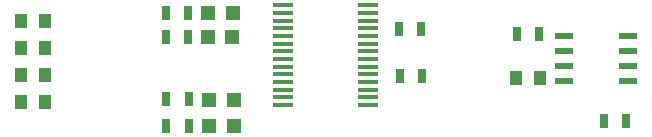
<source format=gtp>
G04 #@! TF.FileFunction,Paste,Top*
%FSLAX46Y46*%
G04 Gerber Fmt 4.6, Leading zero omitted, Abs format (unit mm)*
G04 Created by KiCad (PCBNEW 4.0.2-stable) date Wednesday, September 28, 2016 'PMt' 10:14:20 PM*
%MOMM*%
G01*
G04 APERTURE LIST*
%ADD10C,0.100000*%
%ADD11R,1.198880X1.198880*%
%ADD12R,0.700000X1.300000*%
%ADD13R,1.000000X1.250000*%
%ADD14R,1.750000X0.450000*%
%ADD15R,1.550000X0.600000*%
G04 APERTURE END LIST*
D10*
D11*
X158657980Y-108694000D03*
X160756020Y-108694000D03*
X158657980Y-110894000D03*
X160756020Y-110894000D03*
D12*
X155032000Y-110894000D03*
X156932000Y-110894000D03*
X155017500Y-108630500D03*
X156917500Y-108630500D03*
D13*
X144764000Y-101981000D03*
X142764000Y-101981000D03*
X144764000Y-104267000D03*
X142764000Y-104267000D03*
X144764000Y-106553000D03*
X142764000Y-106553000D03*
X144764000Y-108839000D03*
X142764000Y-108839000D03*
X186674000Y-106807000D03*
X184674000Y-106807000D03*
D11*
X158589980Y-101282500D03*
X160688020Y-101282500D03*
X158526480Y-103378000D03*
X160624520Y-103378000D03*
D12*
X155006000Y-103378000D03*
X156906000Y-103378000D03*
X193990000Y-110426500D03*
X192090000Y-110426500D03*
X176632000Y-102644000D03*
X174732000Y-102644000D03*
X184724000Y-103124000D03*
X186624000Y-103124000D03*
X176682000Y-106644000D03*
X174782000Y-106644000D03*
D14*
X172082000Y-109119000D03*
X172082000Y-108469000D03*
X172082000Y-107819000D03*
X172082000Y-107169000D03*
X172082000Y-106519000D03*
X172082000Y-105869000D03*
X172082000Y-105219000D03*
X172082000Y-104569000D03*
X172082000Y-103919000D03*
X172082000Y-103269000D03*
X172082000Y-102619000D03*
X172082000Y-101969000D03*
X172082000Y-101319000D03*
X172082000Y-100669000D03*
X164882000Y-100669000D03*
X164882000Y-101319000D03*
X164882000Y-101969000D03*
X164882000Y-102619000D03*
X164882000Y-103269000D03*
X164882000Y-103919000D03*
X164882000Y-104569000D03*
X164882000Y-105219000D03*
X164882000Y-105869000D03*
X164882000Y-106519000D03*
X164882000Y-107169000D03*
X164882000Y-107819000D03*
X164882000Y-108469000D03*
X164882000Y-109119000D03*
D15*
X194089000Y-107061000D03*
X194089000Y-105791000D03*
X194089000Y-104521000D03*
X194089000Y-103251000D03*
X188689000Y-103251000D03*
X188689000Y-104521000D03*
X188689000Y-105791000D03*
X188689000Y-107061000D03*
D12*
X155006000Y-101282500D03*
X156906000Y-101282500D03*
M02*

</source>
